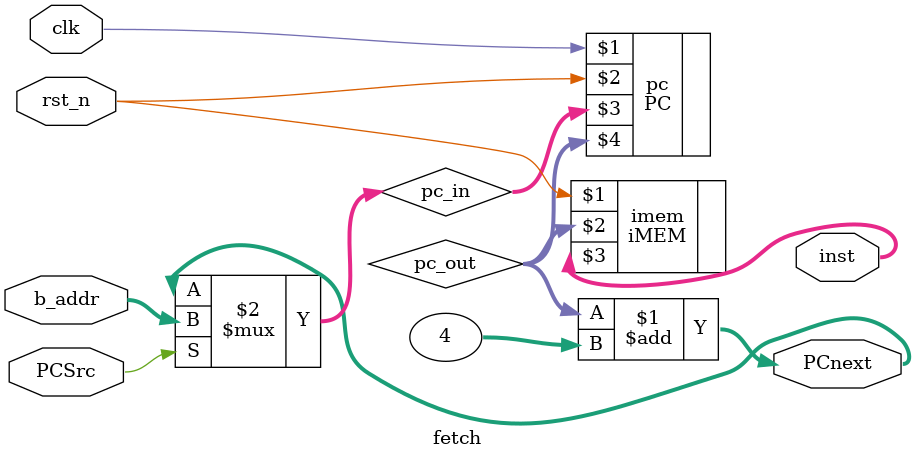
<source format=v>
module fetch(
    input clk, // in positive edge, the module PC and iMEM change their output
    input rst_n, // reset when 0
    input PCSrc, // control signal to determine PC+4 or branch target address
    input [31:0] b_addr, // branch target address
    output [31:0] PCnext, // transfer to register the value of PC+4
    output [31:0] inst // transfer to register the instruction of address PC
);
    wire [31:0] pc_in;
    wire [31:0] pc_out;

    assign PCnext = pc_out + 4;
    assign pc_in = (PCSrc)? b_addr:PCnext;

    PC pc(clk, rst_n, pc_in, pc_out);
    iMEM imem(rst_n, pc_out, inst);
endmodule

</source>
